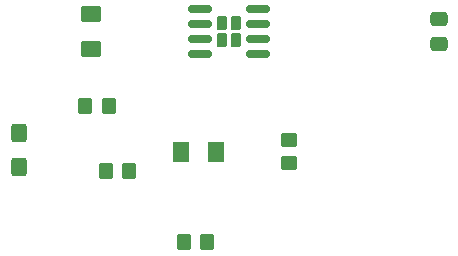
<source format=gbr>
%TF.GenerationSoftware,KiCad,Pcbnew,(6.0.11)*%
%TF.CreationDate,2023-02-16T14:33:20-08:00*%
%TF.ProjectId,Lab 4 Exercise 2,4c616220-3420-4457-9865-726369736520,rev?*%
%TF.SameCoordinates,Original*%
%TF.FileFunction,Paste,Top*%
%TF.FilePolarity,Positive*%
%FSLAX46Y46*%
G04 Gerber Fmt 4.6, Leading zero omitted, Abs format (unit mm)*
G04 Created by KiCad (PCBNEW (6.0.11)) date 2023-02-16 14:33:20*
%MOMM*%
%LPD*%
G01*
G04 APERTURE LIST*
G04 Aperture macros list*
%AMRoundRect*
0 Rectangle with rounded corners*
0 $1 Rounding radius*
0 $2 $3 $4 $5 $6 $7 $8 $9 X,Y pos of 4 corners*
0 Add a 4 corners polygon primitive as box body*
4,1,4,$2,$3,$4,$5,$6,$7,$8,$9,$2,$3,0*
0 Add four circle primitives for the rounded corners*
1,1,$1+$1,$2,$3*
1,1,$1+$1,$4,$5*
1,1,$1+$1,$6,$7*
1,1,$1+$1,$8,$9*
0 Add four rect primitives between the rounded corners*
20,1,$1+$1,$2,$3,$4,$5,0*
20,1,$1+$1,$4,$5,$6,$7,0*
20,1,$1+$1,$6,$7,$8,$9,0*
20,1,$1+$1,$8,$9,$2,$3,0*%
G04 Aperture macros list end*
%ADD10RoundRect,0.250000X0.475000X-0.337500X0.475000X0.337500X-0.475000X0.337500X-0.475000X-0.337500X0*%
%ADD11RoundRect,0.250000X0.350000X0.450000X-0.350000X0.450000X-0.350000X-0.450000X0.350000X-0.450000X0*%
%ADD12RoundRect,0.250000X0.425000X-0.537500X0.425000X0.537500X-0.425000X0.537500X-0.425000X-0.537500X0*%
%ADD13RoundRect,0.250000X-0.450000X0.350000X-0.450000X-0.350000X0.450000X-0.350000X0.450000X0.350000X0*%
%ADD14RoundRect,0.250001X-0.624999X0.462499X-0.624999X-0.462499X0.624999X-0.462499X0.624999X0.462499X0*%
%ADD15RoundRect,0.250001X-0.462499X-0.624999X0.462499X-0.624999X0.462499X0.624999X-0.462499X0.624999X0*%
%ADD16RoundRect,0.230000X-0.230000X-0.375000X0.230000X-0.375000X0.230000X0.375000X-0.230000X0.375000X0*%
%ADD17RoundRect,0.150000X-0.825000X-0.150000X0.825000X-0.150000X0.825000X0.150000X-0.825000X0.150000X0*%
G04 APERTURE END LIST*
D10*
%TO.C,C2*%
X167640000Y-100097500D03*
X167640000Y-98022500D03*
%TD*%
D11*
%TO.C,R2*%
X148025000Y-116840000D03*
X146025000Y-116840000D03*
%TD*%
D12*
%TO.C,C1*%
X132080000Y-110485000D03*
X132080000Y-107610000D03*
%TD*%
D13*
%TO.C,R1*%
X154940000Y-108220000D03*
X154940000Y-110220000D03*
%TD*%
D11*
%TO.C,R3*%
X141431192Y-110830000D03*
X139431192Y-110830000D03*
%TD*%
D14*
%TO.C,D2*%
X138212500Y-97572500D03*
X138212500Y-100547500D03*
%TD*%
D15*
%TO.C,D1*%
X145832500Y-109220000D03*
X148807500Y-109220000D03*
%TD*%
D11*
%TO.C,R4*%
X139687064Y-105360000D03*
X137687064Y-105360000D03*
%TD*%
D16*
%TO.C,U1*%
X149290000Y-99810000D03*
X150430000Y-98310000D03*
X150430000Y-99810000D03*
X149290000Y-98310000D03*
D17*
X147385000Y-97155000D03*
X147385000Y-98425000D03*
X147385000Y-99695000D03*
X147385000Y-100965000D03*
X152335000Y-100965000D03*
X152335000Y-99695000D03*
X152335000Y-98425000D03*
X152335000Y-97155000D03*
%TD*%
M02*

</source>
